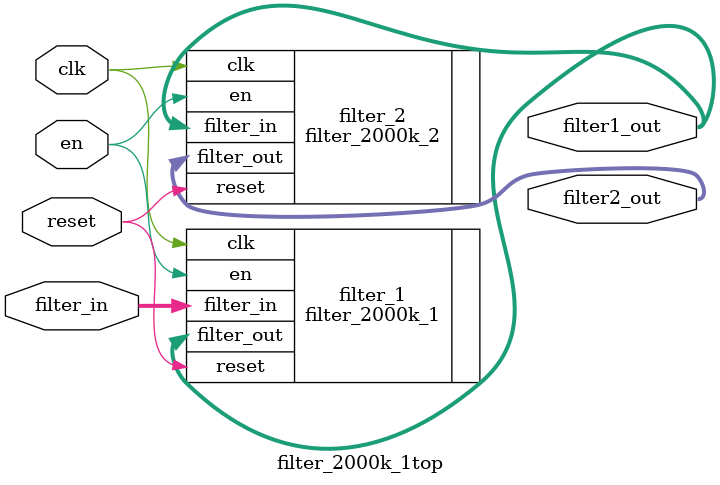
<source format=v>
module filter_2000k_1top(
    input clk,
    input reset,
    input en,
    input [15:0] filter_in,
    output signed [15:0] filter1_out,
    output signed [15:0] filter2_out 
);
filter_2000k_1 filter_1(
    .clk(clk),
    .reset(reset),
    .en(en),
    .filter_in(filter_in),
    .filter_out(filter1_out)
);

filter_2000k_2 filter_2(
    .clk(clk),
    .reset(reset),
    .en(en),
    .filter_in(filter1_out),
    .filter_out(filter2_out)
);

endmodule
</source>
